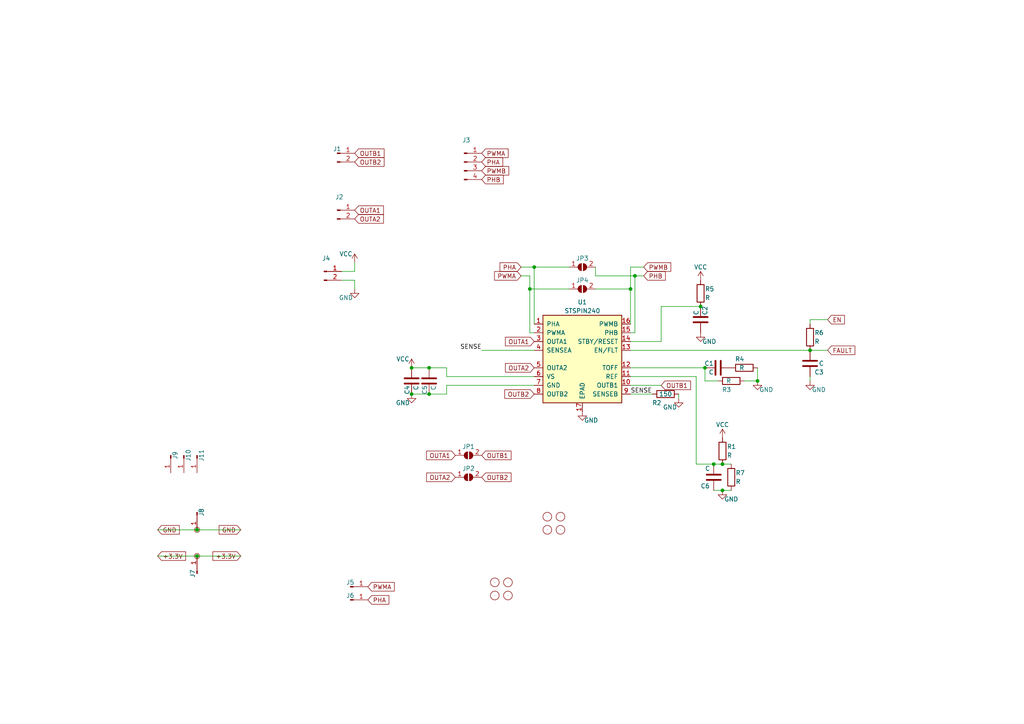
<source format=kicad_sch>
(kicad_sch (version 20230121) (generator eeschema)
  (paper "A4")
  (lib_symbols
    (symbol "00_custom:STSPIN240" (pin_names (offset 1.016))
      (property "Reference" "U" (at -11.43 13.97 0))
      (property "Value" "STSPIN240" (at 1.27 13.97 0))
      (symbol "STSPIN240_0_1"
        (rectangle (start -11.43 12.7) (end 11.43 -12.7) (stroke (width 0.254)) (fill (type background)))
      )
      (symbol "STSPIN240_1_1"
        (pin input line (at -13.97 10.16 0) (length 2.54) (name "PHA") (number "1"))
        (pin power_out line (at 13.97 -7.62 180) (length 2.54) (name "OUTB1") (number "10"))
        (pin input line (at 13.97 -5.08 180) (length 2.54) (name "REF") (number "11"))
        (pin input line (at 13.97 -2.54 180) (length 2.54) (name "TOFF") (number "12"))
        (pin bidirectional line (at 13.97 2.54 180) (length 2.54) (name "EN/FLT") (number "13"))
        (pin input line (at 13.97 5.08 180) (length 2.54) (name "STBY/RESET") (number "14"))
        (pin input line (at 13.97 7.62 180) (length 2.54) (name "PHB") (number "15"))
        (pin input line (at 13.97 10.16 180) (length 2.54) (name "PWMB") (number "16"))
        (pin power_in line (at 0 -15.24 90) (length 2.54) (name "EPAD") (number "17"))
        (pin input line (at -13.97 7.62 0) (length 2.54) (name "PWMA") (number "2"))
        (pin power_out line (at -13.97 5.08 0) (length 2.54) (name "OUTA1") (number "3"))
        (pin power_out line (at -13.97 2.54 0) (length 2.54) (name "SENSEA") (number "4"))
        (pin power_out line (at -13.97 -2.54 0) (length 2.54) (name "OUTA2") (number "5"))
        (pin power_in line (at -13.97 -5.08 0) (length 2.54) (name "VS") (number "6"))
        (pin power_in line (at -13.97 -7.62 0) (length 2.54) (name "GND") (number "7"))
        (pin power_out line (at -13.97 -10.16 0) (length 2.54) (name "OUTB2") (number "8"))
        (pin power_out line (at 13.97 -10.16 180) (length 2.54) (name "SENSEB") (number "9"))
      )
    )
    (symbol "Connector:Conn_01x01_Pin" (pin_names (offset 1.016) hide)
      (property "Reference" "J" (at 0 2.54 0))
      (property "Value" "Conn_01x01_Pin" (at 0 -2.54 0))
      (symbol "Conn_01x01_Pin_1_1"
        (polyline (pts (xy 1.27 0) (xy 0.8636 0)) (stroke (width 0.1524)))
        (rectangle (start 0.8636 0.127) (end 0 -0.127) (stroke (width 0.1524)) (fill (type outline)))
        (pin passive line (at 5.08 0 180) (length 3.81) (name "Pin_1") (number "1"))
      )
    )
    (symbol "Connector:Conn_01x02_Pin" (pin_names (offset 1.016) hide)
      (property "Reference" "J" (at 0 2.54 0))
      (property "Value" "Conn_01x02_Pin" (at 0 -5.08 0))
      (symbol "Conn_01x02_Pin_1_1"
        (polyline (pts (xy 1.27 -2.54) (xy 0.8636 -2.54)) (stroke (width 0.1524)))
        (polyline (pts (xy 1.27 0) (xy 0.8636 0)) (stroke (width 0.1524)))
        (rectangle (start 0.8636 -2.413) (end 0 -2.667) (stroke (width 0.1524)) (fill (type outline)))
        (rectangle (start 0.8636 0.127) (end 0 -0.127) (stroke (width 0.1524)) (fill (type outline)))
        (pin passive line (at 5.08 0 180) (length 3.81) (name "Pin_1") (number "1"))
        (pin passive line (at 5.08 -2.54 180) (length 3.81) (name "Pin_2") (number "2"))
      )
    )
    (symbol "Connector:Conn_01x04_Pin" (pin_names (offset 1.016) hide)
      (property "Reference" "J" (at 0 5.08 0))
      (property "Value" "Conn_01x04_Pin" (at 0 -7.62 0))
      (symbol "Conn_01x04_Pin_1_1"
        (polyline (pts (xy 1.27 -5.08) (xy 0.8636 -5.08)) (stroke (width 0.1524)))
        (polyline (pts (xy 1.27 -2.54) (xy 0.8636 -2.54)) (stroke (width 0.1524)))
        (polyline (pts (xy 1.27 0) (xy 0.8636 0)) (stroke (width 0.1524)))
        (polyline (pts (xy 1.27 2.54) (xy 0.8636 2.54)) (stroke (width 0.1524)))
        (rectangle (start 0.8636 -4.953) (end 0 -5.207) (stroke (width 0.1524)) (fill (type outline)))
        (rectangle (start 0.8636 -2.413) (end 0 -2.667) (stroke (width 0.1524)) (fill (type outline)))
        (rectangle (start 0.8636 0.127) (end 0 -0.127) (stroke (width 0.1524)) (fill (type outline)))
        (rectangle (start 0.8636 2.667) (end 0 2.413) (stroke (width 0.1524)) (fill (type outline)))
        (pin passive line (at 5.08 2.54 180) (length 3.81) (name "Pin_1") (number "1"))
        (pin passive line (at 5.08 0 180) (length 3.81) (name "Pin_2") (number "2"))
        (pin passive line (at 5.08 -2.54 180) (length 3.81) (name "Pin_3") (number "3"))
        (pin passive line (at 5.08 -5.08 180) (length 3.81) (name "Pin_4") (number "4"))
      )
    )
    (symbol "Device:C" (pin_numbers hide) (pin_names (offset 0.254))
      (property "Reference" "C" (at 0.635 2.54 0))
      (property "Value" "C" (at 0.635 -2.54 0))
      (symbol "C_0_1"
        (polyline (pts (xy -2.032 -0.762) (xy 2.032 -0.762)) (stroke (width 0.508)))
        (polyline (pts (xy -2.032 0.762) (xy 2.032 0.762)) (stroke (width 0.508)))
      )
      (symbol "C_1_1"
        (pin passive line (at 0 3.81 270) (length 2.794) (name "~") (number "1"))
        (pin passive line (at 0 -3.81 90) (length 2.794) (name "~") (number "2"))
      )
    )
    (symbol "Device:R" (pin_numbers hide) (pin_names (offset 0))
      (property "Reference" "R" (at 2.032 0 90))
      (property "Value" "R" (at 0 0 90))
      (symbol "R_0_1"
        (rectangle (start -1.016 -2.54) (end 1.016 2.54) (stroke (width 0.254)))
      )
      (symbol "R_1_1"
        (pin passive line (at 0 3.81 270) (length 1.27) (name "~") (number "1"))
        (pin passive line (at 0 -3.81 90) (length 1.27) (name "~") (number "2"))
      )
    )
    (symbol "Jumper:SolderJumper_2_Open" (pin_names (offset 0) hide)
      (property "Reference" "JP" (at 0 2.032 0))
      (property "Value" "SolderJumper_2_Open" (at 0 -2.54 0))
      (symbol "SolderJumper_2_Open_0_1"
        (arc (start -0.254 1.016) (mid -1.2656 0) (end -0.254 -1.016))
        (arc (start -0.254 1.016) (mid -1.2656 0) (end -0.254 -1.016) (fill (type outline)))
        (polyline (pts (xy -0.254 1.016) (xy -0.254 -1.016)))
        (polyline (pts (xy 0.254 1.016) (xy 0.254 -1.016)))
        (arc (start 0.254 -1.016) (mid 1.2656 0) (end 0.254 1.016))
        (arc (start 0.254 -1.016) (mid 1.2656 0) (end 0.254 1.016) (fill (type outline)))
      )
      (symbol "SolderJumper_2_Open_1_1"
        (pin passive line (at -3.81 0 0) (length 2.54) (name "A") (number "1"))
        (pin passive line (at 3.81 0 180) (length 2.54) (name "B") (number "2"))
      )
    )
    (symbol "TestPoint_7" (pin_numbers hide) (pin_names (offset 0.762) hide)
      (property "Reference" "TP" (at 0 6.858 0))
      (property "Value" "TestPoint_7" (at 0 5.08 0))
      (symbol "TestPoint_7_0_1"
        (circle (center 0 0) (radius 0.762))
      )
      (symbol "TestPoint_7_1_1"
        (pin passive line (at 0 0 90) (length 0) (name "1") (number "1"))
      )
    )
    (symbol "custom:TestPoint" (pin_numbers hide) (pin_names (offset 0.762) hide)
      (property "Reference" "TP" (at 0 6.858 0))
      (property "Value" "TestPoint" (at 0 5.08 0))
      (symbol "TestPoint_0_1"
        (circle (center 0 0) (radius 0.762))
      )
      (symbol "TestPoint_1_1"
        (pin passive line (at 0 0 90) (length 0) (name "1") (number "1"))
      )
    )
    (symbol "custom:smd_insert" (pin_numbers hide) (pin_names (offset 0) hide)
      (symbol "smd_insert_0_1"
        (circle (center 0 0) (radius 1.27))
      )
      (symbol "smd_insert_1_1"
        (pin power_in line (at 0 0 180) (length 0) (name "conn") (number "1"))
      )
    )
    (symbol "power:GND" (power) (pin_names (offset 0))
      (property "Value" "GND" (at 0 -3.81 0))
      (symbol "GND_0_1"
        (polyline (pts (xy 0 0) (xy 0 -1.27) (xy 1.27 -1.27) (xy 0 -2.54) (xy -1.27 -1.27) (xy 0 -1.27)))
      )
      (symbol "GND_1_1"
        (pin power_in line (at 0 0 270) (length 0) hide (name "GND") (number "1"))
      )
    )
    (symbol "power:VCC" (power) (pin_names (offset 0))
      (property "Value" "VCC" (at 0 3.81 0))
      (symbol "VCC_0_1"
        (polyline (pts (xy -0.762 1.27) (xy 0 2.54)))
        (polyline (pts (xy 0 0) (xy 0 2.54)))
        (polyline (pts (xy 0 2.54) (xy 0.762 1.27)))
      )
      (symbol "VCC_1_1"
        (pin power_in line (at 0 0 90) (length 0) hide (name "VCC") (number "1"))
      )
    )
  )
  (junction (at 204.47 106.68))
  (junction (at 57.15 161.29))
  (junction (at 203.2 88.9))
  (junction (at 57.15 153.67))
  (junction (at 209.55 142.24))
  (junction (at 119.38 114.3))
  (junction (at 234.95 101.6))
  (junction (at 119.38 106.68))
  (junction (at 124.46 106.68))
  (junction (at 153.67 83.82))
  (junction (at 209.55 134.62))
  (junction (at 182.88 83.82))
  (junction (at 184.15 80.01))
  (junction (at 154.94 77.47))
  (junction (at 219.71 110.49))
  (junction (at 207.01 134.62))
  (junction (at 124.46 114.3))
  (wire (pts (xy 124.46 114.3) (xy 129.54 114.3)))
  (wire (pts (xy 153.67 83.82) (xy 153.67 96.52)))
  (wire (pts (xy 153.67 96.52) (xy 154.94 96.52)))
  (wire (pts (xy 153.67 83.82) (xy 165.1 83.82)))
  (wire (pts (xy 184.15 80.01) (xy 184.15 96.52)))
  (wire (pts (xy 182.88 109.22) (xy 201.93 109.22)))
  (wire (pts (xy 172.72 83.82) (xy 182.88 83.82)))
  (wire (pts (xy 209.55 142.24) (xy 212.09 142.24)))
  (wire (pts (xy 184.15 96.52) (xy 182.88 96.52)))
  (wire (pts (xy 234.95 109.22) (xy 234.95 110.49)))
  (wire (pts (xy 151.13 77.47) (xy 154.94 77.47)))
  (wire (pts (xy 119.38 114.3) (xy 124.46 114.3)))
  (wire (pts (xy 182.88 77.47) (xy 182.88 83.82)))
  (wire (pts (xy 207.01 142.24) (xy 209.55 142.24)))
  (wire (pts (xy 102.87 78.74) (xy 102.87 76.2)))
  (wire (pts (xy 154.94 77.47) (xy 165.1 77.47)))
  (wire (pts (xy 186.69 80.01) (xy 184.15 80.01)))
  (wire (pts (xy 172.72 80.01) (xy 184.15 80.01)))
  (wire (pts (xy 240.03 101.6) (xy 234.95 101.6)))
  (wire (pts (xy 119.38 106.68) (xy 124.46 106.68)))
  (wire (pts (xy 189.23 114.3) (xy 182.88 114.3)))
  (wire (pts (xy 191.77 111.76) (xy 182.88 111.76)))
  (wire (pts (xy 99.06 78.74) (xy 102.87 78.74)))
  (wire (pts (xy 201.93 134.62) (xy 207.01 134.62)))
  (wire (pts (xy 182.88 83.82) (xy 182.88 93.98)))
  (wire (pts (xy 172.72 77.47) (xy 172.72 80.01)))
  (wire (pts (xy 219.71 110.49) (xy 215.9 110.49)))
  (wire (pts (xy 154.94 77.47) (xy 154.94 93.98)))
  (wire (pts (xy 234.95 92.71) (xy 234.95 93.98)))
  (wire (pts (xy 219.71 106.68) (xy 219.71 110.49)))
  (wire (pts (xy 191.77 88.9) (xy 191.77 99.06)))
  (wire (pts (xy 45.72 153.67) (xy 57.15 153.67)))
  (wire (pts (xy 191.77 88.9) (xy 203.2 88.9)))
  (wire (pts (xy 209.55 134.62) (xy 207.01 134.62)))
  (wire (pts (xy 129.54 109.22) (xy 154.94 109.22)))
  (wire (pts (xy 129.54 111.76) (xy 154.94 111.76)))
  (wire (pts (xy 182.88 106.68) (xy 204.47 106.68)))
  (wire (pts (xy 129.54 114.3) (xy 129.54 111.76)))
  (wire (pts (xy 209.55 134.62) (xy 212.09 134.62)))
  (wire (pts (xy 57.15 153.67) (xy 69.85 153.67)))
  (wire (pts (xy 182.88 101.6) (xy 234.95 101.6)))
  (wire (pts (xy 57.15 161.29) (xy 69.85 161.29)))
  (wire (pts (xy 102.87 81.28) (xy 102.87 83.82)))
  (wire (pts (xy 240.03 92.71) (xy 234.95 92.71)))
  (wire (pts (xy 139.7 101.6) (xy 154.94 101.6)))
  (wire (pts (xy 151.13 80.01) (xy 153.67 80.01)))
  (wire (pts (xy 201.93 109.22) (xy 201.93 134.62)))
  (wire (pts (xy 153.67 80.01) (xy 153.67 83.82)))
  (wire (pts (xy 196.85 115.57) (xy 196.85 114.3)))
  (wire (pts (xy 129.54 106.68) (xy 129.54 109.22)))
  (wire (pts (xy 186.69 77.47) (xy 182.88 77.47)))
  (wire (pts (xy 45.72 161.29) (xy 57.15 161.29)))
  (wire (pts (xy 124.46 106.68) (xy 129.54 106.68)))
  (wire (pts (xy 204.47 110.49) (xy 204.47 106.68)))
  (wire (pts (xy 99.06 81.28) (xy 102.87 81.28)))
  (wire (pts (xy 208.28 110.49) (xy 204.47 110.49)))
  (wire (pts (xy 191.77 99.06) (xy 182.88 99.06)))
  (label "SENSE" (at 139.7 101.6 180))
  (label "SENSE" (at 182.88 114.3 0))
  (global_label "PHA" (shape input) (at 139.7 46.99 0) (property "Intersheetrefs" "${INTERSHEET_REFS}" (effects hide)))
  (global_label "OUTB2" (shape input) (at 102.87 46.99 0) (property "Intersheetrefs" "${INTERSHEET_REFS}" (effects hide)))
  (global_label "OUTA2" (shape input) (at 132.08 138.43 180) (property "Intersheetrefs" "${INTERSHEET_REFS}" (effects hide)))
  (global_label "OUTB1" (shape input) (at 191.77 111.76 0) (property "Intersheetrefs" "${INTERSHEET_REFS}" (effects hide)))
  (global_label "PHA" (shape input) (at 151.13 77.47 180) (property "Intersheetrefs" "${INTERSHEET_REFS}" (effects hide)))
  (global_label "OUTA1" (shape input) (at 132.08 132.08 180) (property "Intersheetrefs" "${INTERSHEET_REFS}" (effects hide)))
  (global_label "GND" (shape input) (at 45.72 153.67 0) (property "Intersheetrefs" "${INTERSHEET_REFS}" (effects hide)))
  (global_label "OUTA1" (shape input) (at 154.94 99.06 180) (property "Intersheetrefs" "${INTERSHEET_REFS}" (effects hide)))
  (global_label "PHB" (shape input) (at 186.69 80.01 0) (property "Intersheetrefs" "${INTERSHEET_REFS}" (effects hide)))
  (global_label "+3.3V" (shape input) (at 69.85 161.29 180) (property "Intersheetrefs" "${INTERSHEET_REFS}" (effects hide)))
  (global_label "OUTB1" (shape input) (at 102.87 44.45 0) (property "Intersheetrefs" "${INTERSHEET_REFS}" (effects hide)))
  (global_label "PWMA" (shape input) (at 151.13 80.01 180) (property "Intersheetrefs" "${INTERSHEET_REFS}" (effects hide)))
  (global_label "PHA" (shape input) (at 106.68 173.99 0) (property "Intersheetrefs" "${INTERSHEET_REFS}" (effects hide)))
  (global_label "PWMB" (shape input) (at 186.69 77.47 0) (property "Intersheetrefs" "${INTERSHEET_REFS}" (effects hide)))
  (global_label "OUTA2" (shape input) (at 102.87 63.5 0) (property "Intersheetrefs" "${INTERSHEET_REFS}" (effects hide)))
  (global_label "PHB" (shape input) (at 139.7 52.07 0) (property "Intersheetrefs" "${INTERSHEET_REFS}" (effects hide)))
  (global_label "OUTB2" (shape input) (at 154.94 114.3 180) (property "Intersheetrefs" "${INTERSHEET_REFS}" (effects hide)))
  (global_label "OUTB2" (shape input) (at 139.7 138.43 0) (property "Intersheetrefs" "${INTERSHEET_REFS}" (effects hide)))
  (global_label "PWMA" (shape input) (at 106.68 170.18 0) (property "Intersheetrefs" "${INTERSHEET_REFS}" (effects hide)))
  (global_label "EN" (shape input) (at 240.03 92.71 0) (property "Intersheetrefs" "${INTERSHEET_REFS}" (effects hide)))
  (global_label "OUTA1" (shape input) (at 102.87 60.96 0) (property "Intersheetrefs" "${INTERSHEET_REFS}" (effects hide)))
  (global_label "FAULT" (shape input) (at 240.03 101.6 0) (property "Intersheetrefs" "${INTERSHEET_REFS}" (effects hide)))
  (global_label "+3.3V" (shape input) (at 45.72 161.29 0) (property "Intersheetrefs" "${INTERSHEET_REFS}" (effects hide)))
  (global_label "PWMA" (shape input) (at 139.7 44.45 0) (property "Intersheetrefs" "${INTERSHEET_REFS}" (effects hide)))
  (global_label "OUTA2" (shape input) (at 154.94 106.68 180) (property "Intersheetrefs" "${INTERSHEET_REFS}" (effects hide)))
  (global_label "OUTB1" (shape input) (at 139.7 132.08 0) (property "Intersheetrefs" "${INTERSHEET_REFS}" (effects hide)))
  (global_label "GND" (shape input) (at 69.85 153.67 180) (property "Intersheetrefs" "${INTERSHEET_REFS}" (effects hide)))
  (global_label "PWMB" (shape input) (at 139.7 49.53 0) (property "Intersheetrefs" "${INTERSHEET_REFS}" (effects hide)))
  (symbol (lib_id "power:GND") (at 219.71 110.49 0) (unit 1)
    (property "Reference" "#PWR03" (effects hide))
    (property "Value" "GND" (at 222.25 113.03 0))
  )
  (symbol (lib_id "00_custom:STSPIN240") (at 168.91 104.14 0) (unit 1)
    (property "Reference" "U1" (at 168.91 87.63 0))
    (property "Value" "STSPIN240" (at 168.91 90.17 0))
    (property "Footprint" "00_custom-footprints:VQFN-16-1EP_3x3mm_P0.5mm_EP1.8x1.8mm" (effects hide))
    (property "Datasheet" "www.st.com/resource/en/datasheet/stspin240.pdf" (effects hide))
  )
  (symbol (lib_id "Device:R") (at 209.55 130.81 0) (unit 1)
    (property "Reference" "R1" (at 210.82 129.54 0) (effects (justify left)))
    (property "Value" "R" (at 210.82 132.08 0) (effects (justify left)))
    (property "Footprint" "Resistor_SMD:R_0402_1005Metric" (effects hide))
  )
  (symbol (lib_id "Device:R") (at 203.2 85.09 0) (unit 1)
    (property "Reference" "R5" (at 204.47 83.82 0) (effects (justify left)))
    (property "Value" "R" (at 204.47 86.36 0) (effects (justify left)))
    (property "Footprint" "Resistor_SMD:R_0402_1005Metric" (effects hide))
  )
  (symbol (lib_id "Connector:Conn_01x02_Pin") (at 97.79 44.45 0) (unit 1)
    (property "Reference" "J1" (at 97.79 43.18 0))
    (property "Value" "Conn_01x02_Pin" (effects hide))
    (property "Footprint" "Connector_PinHeader_1.27mm:PinHeader_1x02_P1.27mm_Vertical" (effects hide))
  )
  (symbol (lib_id "Jumper:SolderJumper_2_Open") (at 168.91 83.82 0) (unit 1)
    (property "Reference" "JP4" (at 168.91 81.28 0))
    (property "Value" "SolderJumper_2_Open" (effects hide))
    (property "Footprint" "Jumper:SolderJumper-2_P1.3mm_Open_RoundedPad1.0x1.5mm" (effects hide))
  )
  (symbol (lib_id "Connector:Conn_01x01_Pin") (at 57.15 166.37 90) (unit 1)
    (property "Reference" "J7" (at 55.88 166.37 0))
    (property "Value" "Conn_01x01_Pin" (effects hide))
    (property "Footprint" "00_custom-footprints:Pin_D1.2mm_pogo" (effects hide))
  )
  (symbol (lib_id "power:GND") (at 102.87 83.82 0) (unit 1)
    (property "Reference" "#PWR012" (effects hide))
    (property "Value" "GND" (at 100.33 86.36 0))
  )
  (symbol (lib_id "Connector:Conn_01x02_Pin") (at 97.79 60.96 0) (unit 1)
    (property "Reference" "J2" (at 98.425 57.15 0))
    (property "Value" "Conn_01x02_Pin" (effects hide))
    (property "Footprint" "Connector_PinHeader_1.27mm:PinHeader_1x02_P1.27mm_Vertical" (effects hide))
  )
  (symbol (lib_id "power:VCC") (at 119.38 106.68 0) (unit 1)
    (property "Reference" "#PWR08" (effects hide))
    (property "Value" "VCC" (at 116.84 104.14 0))
  )
  (symbol (lib_id "Connector:Conn_01x01_Pin") (at 101.6 170.18 0) (unit 1)
    (property "Reference" "J5" (at 101.6 168.91 0))
    (property "Value" "Conn_01x01_Pin" (effects hide))
    (property "Footprint" "00_custom-footprints:Pin_D1.2mm_pogo" (effects hide))
  )
  (symbol (lib_name "TestPoint_7") (lib_id "custom:TestPoint") (at 57.15 153.67 270) (unit 1)
    (property "Reference" "TP10" (effects hide))
    (property "Value" "TP_SDA" (effects hide))
    (property "Footprint" "00_custom-footprints:TestPoint_Pad_D1.0mm" (effects hide))
  )
  (symbol (lib_id "custom:smd_insert") (at 143.51 168.91 0) (unit 1)
    (property "Reference" "I5" (effects hide))
    (property "Value" "smd_insert" (effects hide))
    (property "Footprint" "00_custom-footprints:insert_1.2mm" (effects hide))
  )
  (symbol (lib_id "Device:R") (at 234.95 97.79 0) (unit 1)
    (property "Reference" "R6" (at 236.22 96.52 0) (effects (justify left)))
    (property "Value" "R" (at 236.22 99.06 0) (effects (justify left)))
    (property "Footprint" "Resistor_SMD:R_0402_1005Metric" (effects hide))
  )
  (symbol (lib_id "Connector:Conn_01x01_Pin") (at 57.15 148.59 270) (unit 1)
    (property "Reference" "J8" (at 58.42 148.59 0))
    (property "Value" "Conn_01x01_Pin" (effects hide))
    (property "Footprint" "00_custom-footprints:Pin_D1.2mm_pogo" (effects hide))
  )
  (symbol (lib_id "power:VCC") (at 203.2 81.28 0) (unit 1)
    (property "Reference" "#PWR04" (effects hide))
    (property "Value" "VCC" (at 203.2 77.47 0))
  )
  (symbol (lib_id "Connector:Conn_01x01_Pin") (at 101.6 173.99 0) (unit 1)
    (property "Reference" "J6" (at 101.6 172.72 0))
    (property "Value" "Conn_01x01_Pin" (effects hide))
    (property "Footprint" "00_custom-footprints:Pin_D1.2mm_pogo" (effects hide))
  )
  (symbol (lib_id "Device:C") (at 208.28 106.68 90) (unit 1)
    (property "Reference" "C1" (at 207.01 105.41 90) (effects (justify left)))
    (property "Value" "C" (at 207.01 107.95 90) (effects (justify left)))
    (property "Footprint" "Capacitor_SMD:C_0402_1005Metric" (effects hide))
  )
  (symbol (lib_id "Connector:Conn_01x02_Pin") (at 93.98 78.74 0) (unit 1)
    (property "Reference" "J4" (at 94.615 74.93 0))
    (property "Value" "Conn_01x02_Pin" (effects hide))
    (property "Footprint" "Connector_PinHeader_1.27mm:PinHeader_1x02_P1.27mm_Vertical" (effects hide))
  )
  (symbol (lib_id "power:VCC") (at 102.87 76.2 0) (unit 1)
    (property "Reference" "#PWR011" (effects hide))
    (property "Value" "VCC" (at 100.33 73.66 0))
  )
  (symbol (lib_id "Jumper:SolderJumper_2_Open") (at 135.89 132.08 0) (unit 1)
    (property "Reference" "JP1" (at 135.89 129.54 0))
    (property "Value" "SolderJumper_2_Open" (effects hide))
    (property "Footprint" "Jumper:SolderJumper-2_P1.3mm_Open_RoundedPad1.0x1.5mm" (effects hide))
  )
  (symbol (lib_id "custom:smd_insert") (at 158.75 153.67 0) (unit 1)
    (property "Reference" "I2" (effects hide))
    (property "Value" "smd_insert" (effects hide))
    (property "Footprint" "00_custom-footprints:insert_1.2mm" (effects hide))
  )
  (symbol (lib_id "custom:smd_insert") (at 147.32 172.72 0) (unit 1)
    (property "Reference" "I8" (effects hide))
    (property "Value" "smd_insert" (effects hide))
    (property "Footprint" "00_custom-footprints:insert_1.2mm" (effects hide))
  )
  (symbol (lib_id "power:GND") (at 203.2 96.52 0) (mirror y) (unit 1)
    (property "Reference" "#PWR05" (effects hide))
    (property "Value" "GND" (at 205.74 99.06 0))
  )
  (symbol (lib_id "Device:C") (at 119.38 110.49 180) (unit 1)
    (property "Reference" "C4" (at 118.11 111.76 90) (effects (justify left)))
    (property "Value" "C" (at 120.65 111.76 90) (effects (justify left)))
    (property "Footprint" "Capacitor_SMD:C_0402_1005Metric" (effects hide))
  )
  (symbol (lib_id "custom:smd_insert") (at 158.75 149.86 0) (unit 1)
    (property "Reference" "I1" (effects hide))
    (property "Value" "smd_insert" (effects hide))
    (property "Footprint" "00_custom-footprints:insert_1.2mm" (effects hide))
  )
  (symbol (lib_id "Device:C") (at 124.46 110.49 180) (unit 1)
    (property "Reference" "C5" (at 123.19 111.76 90) (effects (justify left)))
    (property "Value" "C" (at 125.73 111.76 90) (effects (justify left)))
    (property "Footprint" "Capacitor_SMD:C_0402_1005Metric" (effects hide))
  )
  (symbol (lib_id "Connector:Conn_01x01_Pin") (at 49.53 132.08 270) (unit 1)
    (property "Reference" "J9" (at 50.8 132.08 0))
    (property "Value" "Conn_01x01_Pin" (effects hide))
    (property "Footprint" "00_custom-footprints:Pin_D1.2mm_pogo" (effects hide))
  )
  (symbol (lib_id "power:GND") (at 168.91 119.38 0) (mirror y) (unit 1)
    (property "Reference" "#PWR06" (effects hide))
    (property "Value" "GND" (at 171.45 121.92 0))
  )
  (symbol (lib_id "power:VCC") (at 209.55 127 0) (unit 1)
    (property "Reference" "#PWR010" (effects hide))
    (property "Value" "VCC" (at 209.55 123.19 0))
  )
  (symbol (lib_id "Device:C") (at 207.01 138.43 0) (unit 1)
    (property "Reference" "C6" (at 203.2 140.97 0) (effects (justify left)))
    (property "Value" "C" (at 204.47 135.89 0) (effects (justify left)))
    (property "Footprint" "Capacitor_SMD:C_0402_1005Metric" (effects hide))
  )
  (symbol (lib_id "power:GND") (at 196.85 115.57 0) (mirror y) (unit 1)
    (property "Reference" "#PWR01" (effects hide))
    (property "Value" "GND" (at 194.31 118.11 0))
  )
  (symbol (lib_id "power:GND") (at 209.55 142.24 0) (mirror y) (unit 1)
    (property "Reference" "#PWR02" (effects hide))
    (property "Value" "GND" (at 212.09 144.78 0))
  )
  (symbol (lib_id "Device:R") (at 212.09 138.43 0) (unit 1)
    (property "Reference" "R7" (at 213.36 137.16 0) (effects (justify left)))
    (property "Value" "R" (at 213.36 139.7 0) (effects (justify left)))
    (property "Footprint" "Resistor_SMD:R_0402_1005Metric" (effects hide))
  )
  (symbol (lib_id "Connector:Conn_01x01_Pin") (at 53.34 132.08 270) (unit 1)
    (property "Reference" "J10" (at 54.61 132.08 0))
    (property "Value" "Conn_01x01_Pin" (effects hide))
    (property "Footprint" "00_custom-footprints:Pin_D1.2mm_pogo" (effects hide))
  )
  (symbol (lib_id "power:GND") (at 119.38 114.3 0) (unit 1)
    (property "Reference" "#PWR07" (effects hide))
    (property "Value" "GND" (at 116.84 116.84 0))
  )
  (symbol (lib_id "power:GND") (at 234.95 110.49 0) (mirror y) (unit 1)
    (property "Reference" "#PWR09" (effects hide))
    (property "Value" "GND" (at 237.49 113.03 0))
  )
  (symbol (lib_id "Connector:Conn_01x01_Pin") (at 57.15 132.08 270) (unit 1)
    (property "Reference" "J11" (at 58.42 132.08 0))
    (property "Value" "Conn_01x01_Pin" (effects hide))
    (property "Footprint" "00_custom-footprints:Pin_D1.2mm_pogo" (effects hide))
  )
  (symbol (lib_id "custom:smd_insert") (at 147.32 168.91 0) (unit 1)
    (property "Reference" "I6" (effects hide))
    (property "Value" "smd_insert" (effects hide))
    (property "Footprint" "00_custom-footprints:insert_1.2mm" (effects hide))
  )
  (symbol (lib_id "Jumper:SolderJumper_2_Open") (at 168.91 77.47 0) (unit 1)
    (property "Reference" "JP3" (at 168.91 74.93 0))
    (property "Value" "SolderJumper_2_Open" (effects hide))
    (property "Footprint" "Jumper:SolderJumper-2_P1.3mm_Open_RoundedPad1.0x1.5mm" (effects hide))
  )
  (symbol (lib_id "custom:smd_insert") (at 162.56 149.86 0) (unit 1)
    (property "Reference" "I3" (effects hide))
    (property "Value" "smd_insert" (effects hide))
    (property "Footprint" "00_custom-footprints:insert_1.2mm" (effects hide))
  )
  (symbol (lib_id "Connector:Conn_01x04_Pin") (at 134.62 46.99 0) (unit 1)
    (property "Reference" "J3" (at 135.255 40.64 0))
    (property "Value" "Conn_01x04_Pin" (effects hide))
    (property "Footprint" "Connector_PinHeader_1.27mm:PinHeader_1x04_P1.27mm_Vertical" (effects hide))
  )
  (symbol (lib_id "custom:smd_insert") (at 143.51 172.72 0) (unit 1)
    (property "Reference" "I7" (effects hide))
    (property "Value" "smd_insert" (effects hide))
    (property "Footprint" "00_custom-footprints:insert_1.2mm" (effects hide))
  )
  (symbol (lib_id "Device:R") (at 193.04 114.3 90) (mirror x) (unit 1)
    (property "Reference" "R2" (at 190.5 116.84 90))
    (property "Value" "150" (at 193.04 114.3 90))
    (property "Footprint" "Resistor_SMD:R_0402_1005Metric" (effects hide))
  )
  (symbol (lib_id "Jumper:SolderJumper_2_Open") (at 135.89 138.43 0) (unit 1)
    (property "Reference" "JP2" (at 135.89 135.89 0))
    (property "Value" "SolderJumper_2_Open" (effects hide))
    (property "Footprint" "Jumper:SolderJumper-2_P1.3mm_Open_RoundedPad1.0x1.5mm" (effects hide))
  )
  (symbol (lib_id "Device:C") (at 203.2 92.71 0) (unit 1)
    (property "Reference" "C2" (at 204.47 91.44 90) (effects (justify left)))
    (property "Value" "C" (at 201.93 91.44 90) (effects (justify left)))
    (property "Footprint" "Capacitor_SMD:C_0402_1005Metric" (effects hide))
  )
  (symbol (lib_id "custom:smd_insert") (at 162.56 153.67 0) (unit 1)
    (property "Reference" "I4" (effects hide))
    (property "Value" "smd_insert" (effects hide))
    (property "Footprint" "00_custom-footprints:insert_1.2mm" (effects hide))
  )
  (symbol (lib_id "Device:C") (at 234.95 105.41 0) (unit 1)
    (property "Reference" "C3" (at 236.22 107.95 0) (effects (justify left)))
    (property "Value" "C" (at 237.49 105.41 0) (effects (justify left)))
    (property "Footprint" "Capacitor_SMD:C_0402_1005Metric" (effects hide))
  )
  (symbol (lib_id "custom:TestPoint") (at 57.15 161.29 270) (unit 1)
    (property "Reference" "TP12" (effects hide))
    (property "Value" "TP_AUX2" (effects hide))
    (property "Footprint" "00_custom-footprints:TestPoint_Pad_D1.0mm" (effects hide))
  )
  (symbol (lib_id "Device:R") (at 215.9 106.68 90) (unit 1)
    (property "Reference" "R4" (at 215.9 104.14 90) (effects (justify left)))
    (property "Value" "R" (at 215.9 106.68 90) (effects (justify left)))
    (property "Footprint" "Resistor_SMD:R_0402_1005Metric" (effects hide))
  )
  (symbol (lib_id "Device:R") (at 212.09 110.49 90) (unit 1)
    (property "Reference" "R3" (at 212.09 113.03 90) (effects (justify left)))
    (property "Value" "R" (at 212.09 110.49 90) (effects (justify left)))
    (property "Footprint" "Resistor_SMD:R_0402_1005Metric" (effects hide))
  )
)
</source>
